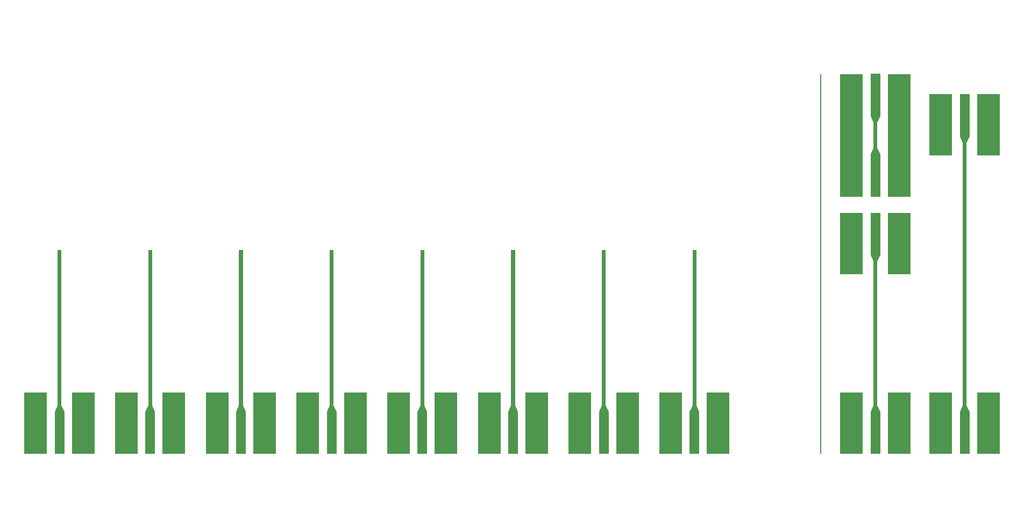
<source format=gbr>
G04 ===== Begin FILE IDENTIFICATION =====*
G04 File Format:  Gerber RS274X*
G04 ===== End FILE IDENTIFICATION =====*
%FSLAX24Y24*%
%MOMM*%
%SFA1.0000B1.0000*%
%OFA0.0B0.0*%
%ADD14R,3.568700X9.673600*%
%ADD15R,0.150000X59.850000*%
%ADD16R,3.568700X19.347200*%
%LNL1*%
%IPPOS*%
%LPD*%
G75*
D14*
X-537202Y-250882D03*
G36*
G01X-496700Y-222514D02*
G01Y22000D01*
G01X-502900D01*
G01Y-222514D01*
G01X-507420Y-232514D01*
G01Y-299250D01*
G01X-492180D01*
G01Y-232514D01*
G01X-496700Y-222514D01*
G37*
D14*
X-462399Y-250882D03*
X-394402D03*
G36*
G01X-353900Y-222514D02*
G01Y22000D01*
G01X-360100D01*
G01Y-222514D01*
G01X-364620Y-232514D01*
G01Y-299250D01*
G01X-349380D01*
G01Y-232514D01*
G01X-353900Y-222514D01*
G37*
D14*
X-319599Y-250882D03*
X-251601D03*
G36*
G01X-211100Y-222514D02*
G01Y22000D01*
G01X-217300D01*
G01Y-222514D01*
G01X-221820Y-232514D01*
G01Y-299250D01*
G01X-206580D01*
G01Y-232514D01*
G01X-211100Y-222514D01*
G37*
D14*
X-176798Y-250882D03*
X-108802D03*
G36*
G01X-68300Y-222514D02*
G01Y22000D01*
G01X-74500D01*
G01Y-222514D01*
G01X-79020Y-232514D01*
G01Y-299250D01*
G01X-63780D01*
G01Y-232514D01*
G01X-68300Y-222514D01*
G37*
D14*
X-33999Y-250882D03*
X33999D03*
G36*
G01X74500Y-222514D02*
G01Y22000D01*
G01X68300D01*
G01Y-222514D01*
G01X63780Y-232514D01*
G01Y-299250D01*
G01X79020D01*
G01Y-232514D01*
G01X74500Y-222514D01*
G37*
D14*
X108802Y-250882D03*
X176798D03*
G36*
G01X217300Y-222514D02*
G01Y22000D01*
G01X211100D01*
G01Y-222514D01*
G01X206580Y-232514D01*
G01Y-299250D01*
G01X221820D01*
G01Y-232514D01*
G01X217300Y-222514D01*
G37*
D14*
X251601Y-250882D03*
X319599D03*
G36*
G01X360100Y-222514D02*
G01Y22000D01*
G01X353900D01*
G01Y-222514D01*
G01X349380Y-232514D01*
G01Y-299250D01*
G01X364620D01*
G01Y-232514D01*
G01X360100Y-222514D01*
G37*
D14*
X394402Y-250882D03*
X462399D03*
G36*
G01X502900Y-222514D02*
G01Y22000D01*
G01X496700D01*
G01Y-222514D01*
G01X492180Y-232514D01*
G01Y-299250D01*
G01X507420D01*
G01Y-232514D01*
G01X502900Y-222514D01*
G37*
D14*
X537202Y-250882D03*
D15*
X698595Y0D03*
D14*
X747189Y-250882D03*
Y32368D03*
D16*
Y202514D03*
G36*
G01X776970Y14000D02*
G01X781490Y4000D01*
G01Y-222514D01*
G01X776970Y-232514D01*
G01Y-299250D01*
G01X792210D01*
G01Y-232514D01*
G01X787690Y-222514D01*
G01Y4000D01*
G01X792210Y14000D01*
G01Y80736D01*
G01X776970D01*
G01Y14000D01*
G37*
G36*
G01X776970Y232514D02*
G01X781490Y222514D01*
G01Y182514D01*
G01X776970Y172514D01*
G01Y105778D01*
G01X792210D01*
G01Y172514D01*
G01X787690Y182514D01*
G01Y222514D01*
G01X792210Y232514D01*
G01Y299250D01*
G01X776970D01*
G01Y232514D01*
G37*
D14*
X821992Y-250882D03*
Y32368D03*
D16*
Y202514D03*
D14*
X887678Y-250882D03*
Y218882D03*
G36*
G01X917460Y200514D02*
G01X921980Y190514D01*
G01Y-222514D01*
G01X917460Y-232514D01*
G01Y-299250D01*
G01X932700D01*
G01Y-232514D01*
G01X928180Y-222514D01*
G01Y190514D01*
G01X932700Y200514D01*
G01Y267250D01*
G01X917460D01*
G01Y200514D01*
G37*
D14*
X962481Y-250882D03*
Y218882D03*
M02*


</source>
